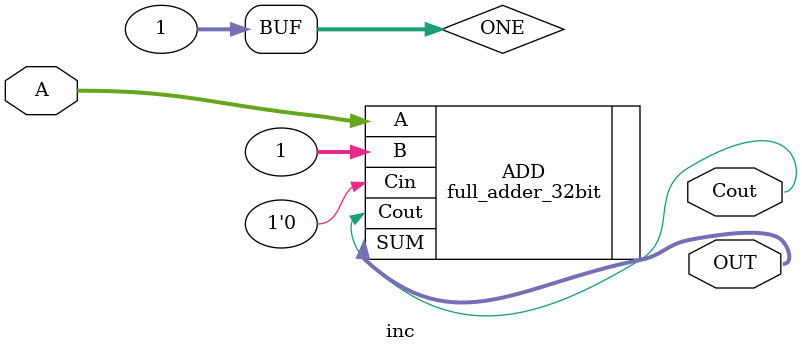
<source format=v>
module inc(
    input  [31:0] A,      // Register input
    output [31:0] OUT,    // Incremented result
    output Cout           // Carry-out (in case of overflow)
);

    // We add A + 1
    wire [31:0] ONE = 32'b1;

    full_adder_32bit ADD (
        .A(A),
        .B(ONE),
        .Cin(1'b0),
        .SUM(OUT),
        .Cout(Cout)
    );

endmodule

</source>
